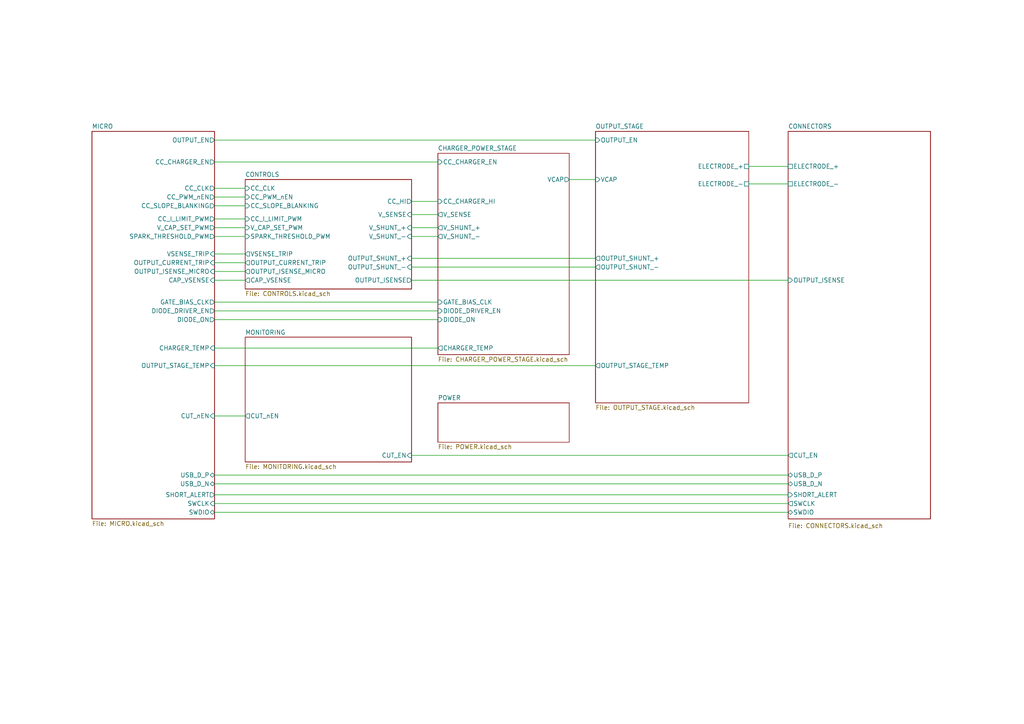
<source format=kicad_sch>
(kicad_sch (version 20230121) (generator eeschema)
  (paper "A4")
  (title_block (title "POWERCORE V2 MOTHERBOARD") (rev "1") (company "Rack Robotics, Inc.") (comment 1 "Engineering by DragonFly Power Systems") (comment 2 "Design by Rack Robotics, Inc."))
  (lib_symbols)
  (wire (pts (xy 119.38 66.04) (xy 127 66.04)))
  (wire (pts (xy 217.17 48.26) (xy 228.6 48.26)))
  (wire (pts (xy 62.23 92.71) (xy 127 92.71)))
  (wire (pts (xy 217.17 53.34) (xy 228.6 53.34)))
  (wire (pts (xy 62.23 63.5) (xy 71.12 63.5)))
  (wire (pts (xy 62.23 76.2) (xy 71.12 76.2)))
  (wire (pts (xy 119.38 62.23) (xy 127 62.23)))
  (wire (pts (xy 119.38 68.58) (xy 127 68.58)))
  (wire (pts (xy 62.23 148.59) (xy 228.6 148.59)))
  (wire (pts (xy 119.38 77.47) (xy 172.72 77.47)))
  (wire (pts (xy 62.23 68.58) (xy 71.12 68.58)))
  (wire (pts (xy 119.38 132.08) (xy 228.6 132.08)))
  (wire (pts (xy 62.23 143.51) (xy 228.6 143.51)))
  (wire (pts (xy 62.23 140.335) (xy 228.6 140.335)))
  (wire (pts (xy 119.38 74.93) (xy 172.72 74.93)))
  (wire (pts (xy 62.23 57.15) (xy 71.12 57.15)))
  (wire (pts (xy 62.23 106.045) (xy 172.72 106.045)))
  (wire (pts (xy 62.23 46.99) (xy 127 46.99)))
  (wire (pts (xy 119.38 58.42) (xy 127 58.42)))
  (wire (pts (xy 62.23 87.63) (xy 127 87.63)))
  (wire (pts (xy 165.1 52.07) (xy 172.72 52.07)))
  (wire (pts (xy 119.38 81.28) (xy 228.6 81.28)))
  (wire (pts (xy 62.23 73.66) (xy 71.12 73.66)))
  (wire (pts (xy 62.23 40.64) (xy 172.72 40.64)))
  (wire (pts (xy 62.23 146.05) (xy 228.6 146.05)))
  (wire (pts (xy 62.23 59.69) (xy 71.12 59.69)))
  (wire (pts (xy 62.23 90.17) (xy 127 90.17)))
  (wire (pts (xy 62.23 66.04) (xy 71.12 66.04)))
  (wire (pts (xy 62.23 137.795) (xy 228.6 137.795)))
  (wire (pts (xy 62.23 78.74) (xy 71.12 78.74)))
  (wire (pts (xy 62.23 120.65) (xy 71.12 120.65)))
  (wire (pts (xy 62.23 81.28) (xy 71.12 81.28)))
  (wire (pts (xy 62.23 54.61) (xy 71.12 54.61)))
  (wire (pts (xy 62.23 100.965) (xy 127 100.965)))
  (sheet (at 71.12 97.79) (size 48.26 36.195) (stroke (width 0.1524))
    (property "Sheetname" "MONITORING" (at 71.12 97.155 0) (effects (justify left bottom)))
    (property "Sheetfile" "MONITORING.kicad_sch" (at 71.12 134.62 0) (effects (justify left top)))
    (pin "CUT_nEN" output (at 71.12 120.65 180))
    (pin "CUT_EN" input (at 119.38 132.08 0))
  )
  (sheet (at 71.12 52.07) (size 48.26 31.75) (stroke (width 0.1524))
    (property "Sheetname" "CONTROLS" (at 71.12 51.3584 0) (effects (justify left bottom)))
    (property "Sheetfile" "CONTROLS.kicad_sch" (at 71.12 84.455 0) (effects (justify left top)))
    (pin "V_SHUNT_+" input (at 119.38 66.04 0))
    (pin "V_SHUNT_-" input (at 119.38 68.58 0))
    (pin "CC_SLOPE_BLANKING" input (at 71.12 59.69 180))
    (pin "CC_I_LIMIT_PWM" input (at 71.12 63.5 180))
    (pin "V_SENSE" input (at 119.38 62.23 0))
    (pin "V_CAP_SET_PWM" input (at 71.12 66.04 180))
    (pin "VSENSE_TRIP" output (at 71.12 73.66 180))
    (pin "OUTPUT_SHUNT_+" input (at 119.38 74.93 0))
    (pin "OUTPUT_SHUNT_-" input (at 119.38 77.47 0))
    (pin "CC_PWM_nEN" input (at 71.12 57.15 180))
    (pin "CC_CLK" input (at 71.12 54.61 180))
    (pin "OUTPUT_CURRENT_TRIP" output (at 71.12 76.2 180))
    (pin "CC_HI" output (at 119.38 58.42 0))
    (pin "CAP_VSENSE" output (at 71.12 81.28 180))
    (pin "OUTPUT_ISENSE" output (at 119.38 81.28 0))
    (pin "SPARK_THRESHOLD_PWM" input (at 71.12 68.58 180))
    (pin "OUTPUT_ISENSE_MICRO" output (at 71.12 78.74 180))
  )
  (sheet (at 127 116.84) (size 38.1 11.43) (stroke (width 0.1524))
    (property "Sheetname" "POWER" (at 127 116.1284 0) (effects (justify left bottom)))
    (property "Sheetfile" "POWER.kicad_sch" (at 127 128.8546 0) (effects (justify left top)))
  )
  (sheet (at 228.6 38.1) (size 41.275 112.395) (stroke (width 0.1524))
    (property "Sheetname" "CONNECTORS" (at 228.6 37.3884 0) (effects (justify left bottom)))
    (property "Sheetfile" "CONNECTORS.kicad_sch" (at 228.6 151.765 0) (effects (justify left top)))
    (pin "ELECTRODE_-" passive (at 228.6 53.34 180))
    (pin "ELECTRODE_+" passive (at 228.6 48.26 180))
    (pin "OUTPUT_ISENSE" input (at 228.6 81.28 180))
    (pin "SWCLK" output (at 228.6 146.05 180))
    (pin "SHORT_ALERT" input (at 228.6 143.51 180))
    (pin "SWDIO" bidirectional (at 228.6 148.59 180))
    (pin "CUT_EN" output (at 228.6 132.08 180))
    (pin "USB_D_N" bidirectional (at 228.6 140.335 180))
    (pin "USB_D_P" bidirectional (at 228.6 137.795 180))
  )
  (sheet (at 26.67 38.1) (size 35.56 112.395) (stroke (width 0.1524))
    (property "Sheetname" "MICRO" (at 26.67 37.3884 0) (effects (justify left bottom)))
    (property "Sheetfile" "MICRO.kicad_sch" (at 26.67 151.13 0) (effects (justify left top)))
    (pin "SWDIO" bidirectional (at 62.23 148.59 0))
    (pin "SWCLK" input (at 62.23 146.05 0))
    (pin "CC_I_LIMIT_PWM" output (at 62.23 63.5 0))
    (pin "V_CAP_SET_PWM" output (at 62.23 66.04 0))
    (pin "CC_CHARGER_EN" output (at 62.23 46.99 0))
    (pin "CC_SLOPE_BLANKING" output (at 62.23 59.69 0))
    (pin "CC_CLK" output (at 62.23 54.61 0))
    (pin "CAP_VSENSE" input (at 62.23 81.28 0))
    (pin "OUTPUT_EN" output (at 62.23 40.64 0))
    (pin "OUTPUT_CURRENT_TRIP" input (at 62.23 76.2 0))
    (pin "VSENSE_TRIP" input (at 62.23 73.66 0))
    (pin "CC_PWM_nEN" output (at 62.23 57.15 0))
    (pin "SHORT_ALERT" output (at 62.23 143.51 0))
    (pin "CUT_nEN" input (at 62.23 120.65 0))
    (pin "SPARK_THRESHOLD_PWM" output (at 62.23 68.58 0))
    (pin "DIODE_DRIVER_EN" output (at 62.23 90.17 0))
    (pin "GATE_BIAS_CLK" output (at 62.23 87.63 0))
    (pin "DIODE_ON" output (at 62.23 92.71 0))
    (pin "CHARGER_TEMP" input (at 62.23 100.965 0))
    (pin "OUTPUT_STAGE_TEMP" input (at 62.23 106.045 0))
    (pin "USB_D_P" bidirectional (at 62.23 137.795 0))
    (pin "USB_D_N" bidirectional (at 62.23 140.335 0))
    (pin "OUTPUT_ISENSE_MICRO" input (at 62.23 78.74 0))
  )
  (sheet (at 127 44.45) (size 38.1 58.42) (stroke (width 0.1524))
    (property "Sheetname" "CHARGER_POWER_STAGE" (at 127 43.7384 0) (effects (justify left bottom)))
    (property "Sheetfile" "CHARGER_POWER_STAGE.kicad_sch" (at 127 103.505 0) (effects (justify left top)))
    (pin "V_SHUNT_+" output (at 127 66.04 180))
    (pin "V_SHUNT_-" output (at 127 68.58 180))
    (pin "VCAP" output (at 165.1 52.07 0))
    (pin "CC_CHARGER_HI" input (at 127 58.42 180))
    (pin "CC_CHARGER_EN" input (at 127 46.99 180))
    (pin "V_SENSE" output (at 127 62.23 180))
    (pin "GATE_BIAS_CLK" input (at 127 87.63 180))
    (pin "DIODE_DRIVER_EN" input (at 127 90.17 180))
    (pin "DIODE_ON" input (at 127 92.71 180))
    (pin "CHARGER_TEMP" output (at 127 100.965 180))
  )
  (sheet (at 172.72 38.1) (size 44.45 78.74) (stroke (width 0.1524))
    (property "Sheetname" "OUTPUT_STAGE" (at 172.72 37.3884 0) (effects (justify left bottom)))
    (property "Sheetfile" "OUTPUT_STAGE.kicad_sch" (at 172.72 117.475 0) (effects (justify left top)))
    (pin "ELECTRODE_+" passive (at 217.17 48.26 0))
    (pin "ELECTRODE_-" passive (at 217.17 53.34 0))
    (pin "OUTPUT_SHUNT_+" output (at 172.72 74.93 180))
    (pin "OUTPUT_SHUNT_-" output (at 172.72 77.47 180))
    (pin "VCAP" input (at 172.72 52.07 180))
    (pin "OUTPUT_EN" input (at 172.72 40.64 180))
    (pin "OUTPUT_STAGE_TEMP" output (at 172.72 106.045 180))
  )
)
</source>
